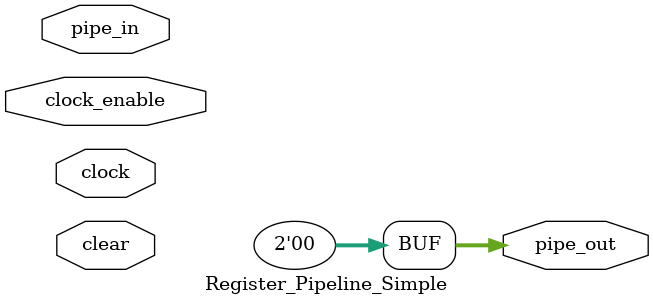
<source format=v>


// Pipelines data words through a number of register stages. Common uses
// include pipeline alignment, and pipelining inputs so the registers can
// retime forward into logic to allow a faster clock.

// This module is a simplification of the [Register
// Pipeline](./Register_Pipeline.html), which allows parallel input/output and
// initial values other than zero, but does not support a `PIPE_DEPTH` of
// zero.

// Each cycle `clock_enable` is high, the pipeline shifts by one from
// `pipe_in` towards `pipe_out`. `clear` sets all registers to zero. If
// `PIPE_DEPTH` is zero, `pipe_in` becomes directly wired to `pipe_out` and no
// logic is inferred.

`default_nettype none

module Register_Pipeline_Simple
#(
    parameter WORD_WIDTH =  0,
    parameter PIPE_DEPTH = -1
)
(
    // If PIPE_DEPTH is zero, these are unused
    // verilator lint_off UNUSED
    input   wire                        clock,
    input   wire                        clock_enable,
    input   wire                        clear,
    // verilator lint_on  UNUSED
    input   wire    [WORD_WIDTH-1:0]    pipe_in,
    output  reg     [WORD_WIDTH-1:0]    pipe_out
);

    localparam WORD_ZERO = {WORD_WIDTH{1'b0}};

    initial begin
        pipe_out = WORD_ZERO;
    end

    genvar i;
    generate
        if (PIPE_DEPTH == 0) begin
            always @(*) begin
                pipe_out = pipe_in;
            end
        end
        else if (PIPE_DEPTH > 0) begin

// We strip out first iteration of Register instantiations to avoid having to
// refer to index -1 in the generate loop, and also to connect to `pipe_in`
// rather than the output of a previous register.

            wire [WORD_WIDTH-1:0] pipe [PIPE_DEPTH-1:0];

            Register
            #(
                .WORD_WIDTH     (WORD_WIDTH),
                .RESET_VALUE    (WORD_ZERO)
            )
            input_stage
            (
                .clock          (clock),
                .clock_enable   (clock_enable),
                .clear          (clear),
                .data_in        (pipe_in),
                .data_out       (pipe[0])
            );

// Now repeat over the remainder of the pipeline stages, starting at stage 1,
// connecting each pipeline stage to the output of the previous pipeline
// stage.

            for (i=1; i < PIPE_DEPTH; i=i+1) begin: pipe_stages
                Register
                #(
                    .WORD_WIDTH     (WORD_WIDTH),
                    .RESET_VALUE    (WORD_ZERO)
                )
                pipe_stage
                (
                    .clock          (clock),
                    .clock_enable   (clock_enable),
                    .clear          (clear),
                    .data_in        (pipe[i-1]),
                    .data_out       (pipe[i])
                );
            end

// And finally, connect the output of the last register to the module pipe output.

            always @(*) begin
                pipe_out = pipe[PIPE_DEPTH-1];
            end
        end
    endgenerate

endmodule


</source>
